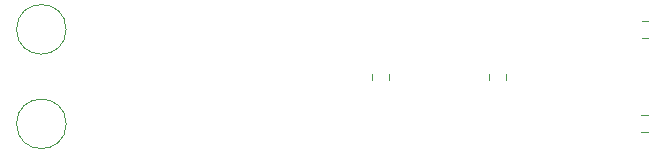
<source format=gbr>
G04 #@! TF.GenerationSoftware,KiCad,Pcbnew,(5.1.6)-1*
G04 #@! TF.CreationDate,2020-10-19T10:56:23-05:00*
G04 #@! TF.ProjectId,tri-slot-feedlines,7472692d-736c-46f7-942d-666565646c69,rev?*
G04 #@! TF.SameCoordinates,Original*
G04 #@! TF.FileFunction,Legend,Top*
G04 #@! TF.FilePolarity,Positive*
%FSLAX46Y46*%
G04 Gerber Fmt 4.6, Leading zero omitted, Abs format (unit mm)*
G04 Created by KiCad (PCBNEW (5.1.6)-1) date 2020-10-19 10:56:23*
%MOMM*%
%LPD*%
G01*
G04 APERTURE LIST*
%ADD10C,0.120000*%
G04 APERTURE END LIST*
D10*
X14011252Y3290000D02*
X13488748Y3290000D01*
X14011252Y4710000D02*
X13488748Y4710000D01*
X13977252Y-3290000D02*
X13454748Y-3290000D01*
X13977252Y-4710000D02*
X13454748Y-4710000D01*
X-35250000Y-4000000D02*
G75*
G03*
X-35250000Y-4000000I-2100000J0D01*
G01*
X-35250000Y4000000D02*
G75*
G03*
X-35250000Y4000000I-2100000J0D01*
G01*
X1980000Y261252D02*
X1980000Y-261252D01*
X560000Y261252D02*
X560000Y-261252D01*
X-7910000Y-261252D02*
X-7910000Y261252D01*
X-9330000Y-261252D02*
X-9330000Y261252D01*
M02*

</source>
